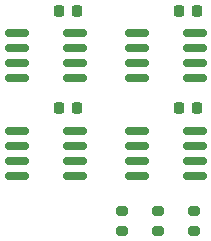
<source format=gbr>
G04 #@! TF.GenerationSoftware,KiCad,Pcbnew,7.0.6+dfsg-1*
G04 #@! TF.CreationDate,2023-08-25T11:52:39+08:00*
G04 #@! TF.ProjectId,mem24cxx,6d656d32-3463-4787-982e-6b696361645f,rev?*
G04 #@! TF.SameCoordinates,Original*
G04 #@! TF.FileFunction,Paste,Top*
G04 #@! TF.FilePolarity,Positive*
%FSLAX46Y46*%
G04 Gerber Fmt 4.6, Leading zero omitted, Abs format (unit mm)*
G04 Created by KiCad (PCBNEW 7.0.6+dfsg-1) date 2023-08-25 11:52:39*
%MOMM*%
%LPD*%
G01*
G04 APERTURE LIST*
G04 Aperture macros list*
%AMRoundRect*
0 Rectangle with rounded corners*
0 $1 Rounding radius*
0 $2 $3 $4 $5 $6 $7 $8 $9 X,Y pos of 4 corners*
0 Add a 4 corners polygon primitive as box body*
4,1,4,$2,$3,$4,$5,$6,$7,$8,$9,$2,$3,0*
0 Add four circle primitives for the rounded corners*
1,1,$1+$1,$2,$3*
1,1,$1+$1,$4,$5*
1,1,$1+$1,$6,$7*
1,1,$1+$1,$8,$9*
0 Add four rect primitives between the rounded corners*
20,1,$1+$1,$2,$3,$4,$5,0*
20,1,$1+$1,$4,$5,$6,$7,0*
20,1,$1+$1,$6,$7,$8,$9,0*
20,1,$1+$1,$8,$9,$2,$3,0*%
G04 Aperture macros list end*
%ADD10RoundRect,0.150000X-0.825000X-0.150000X0.825000X-0.150000X0.825000X0.150000X-0.825000X0.150000X0*%
%ADD11RoundRect,0.225000X0.225000X0.250000X-0.225000X0.250000X-0.225000X-0.250000X0.225000X-0.250000X0*%
%ADD12RoundRect,0.200000X0.275000X-0.200000X0.275000X0.200000X-0.275000X0.200000X-0.275000X-0.200000X0*%
%ADD13RoundRect,0.200000X-0.275000X0.200000X-0.275000X-0.200000X0.275000X-0.200000X0.275000X0.200000X0*%
G04 APERTURE END LIST*
D10*
G04 #@! TO.C,U4*
X201360000Y-124460000D03*
X201360000Y-125730000D03*
X201360000Y-127000000D03*
X201360000Y-128270000D03*
X206310000Y-128270000D03*
X206310000Y-127000000D03*
X206310000Y-125730000D03*
X206310000Y-124460000D03*
G04 #@! TD*
G04 #@! TO.C,U1*
X191200000Y-116205000D03*
X191200000Y-117475000D03*
X191200000Y-118745000D03*
X191200000Y-120015000D03*
X196150000Y-120015000D03*
X196150000Y-118745000D03*
X196150000Y-117475000D03*
X196150000Y-116205000D03*
G04 #@! TD*
D11*
G04 #@! TO.C,C3*
X206515000Y-114300000D03*
X204965000Y-114300000D03*
G04 #@! TD*
G04 #@! TO.C,C2*
X196355000Y-122555000D03*
X194805000Y-122555000D03*
G04 #@! TD*
D12*
G04 #@! TO.C,R1*
X203200000Y-132905000D03*
X203200000Y-131255000D03*
G04 #@! TD*
D10*
G04 #@! TO.C,U3*
X201360000Y-116205000D03*
X201360000Y-117475000D03*
X201360000Y-118745000D03*
X201360000Y-120015000D03*
X206310000Y-120015000D03*
X206310000Y-118745000D03*
X206310000Y-117475000D03*
X206310000Y-116205000D03*
G04 #@! TD*
D13*
G04 #@! TO.C,R3*
X200152000Y-131255000D03*
X200152000Y-132905000D03*
G04 #@! TD*
D11*
G04 #@! TO.C,C1*
X196355000Y-114300000D03*
X194805000Y-114300000D03*
G04 #@! TD*
G04 #@! TO.C,C4*
X206515000Y-122555000D03*
X204965000Y-122555000D03*
G04 #@! TD*
D10*
G04 #@! TO.C,U2*
X191200000Y-124460000D03*
X191200000Y-125730000D03*
X191200000Y-127000000D03*
X191200000Y-128270000D03*
X196150000Y-128270000D03*
X196150000Y-127000000D03*
X196150000Y-125730000D03*
X196150000Y-124460000D03*
G04 #@! TD*
D12*
G04 #@! TO.C,R2*
X206248000Y-132905000D03*
X206248000Y-131255000D03*
G04 #@! TD*
M02*

</source>
